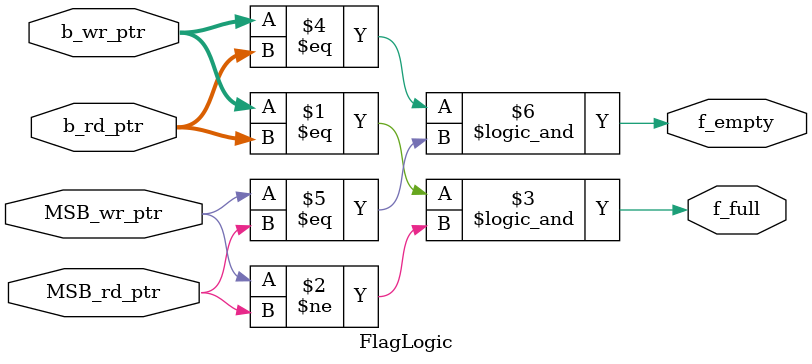
<source format=v>
module FlagLogic (
    input wire [N-1:0] b_wr_ptr,
    input wire [N-1:0] b_rd_ptr,
    input wire MSB_wr_ptr,
    input wire MSB_rd_ptr,
    output wire f_full,
    output wire f_empty
);
    parameter N = 4;

    assign f_full = (b_wr_ptr == b_rd_ptr) && (MSB_wr_ptr != MSB_rd_ptr);
    assign f_empty = (b_wr_ptr == b_rd_ptr) && (MSB_wr_ptr == MSB_rd_ptr);
endmodule


</source>
